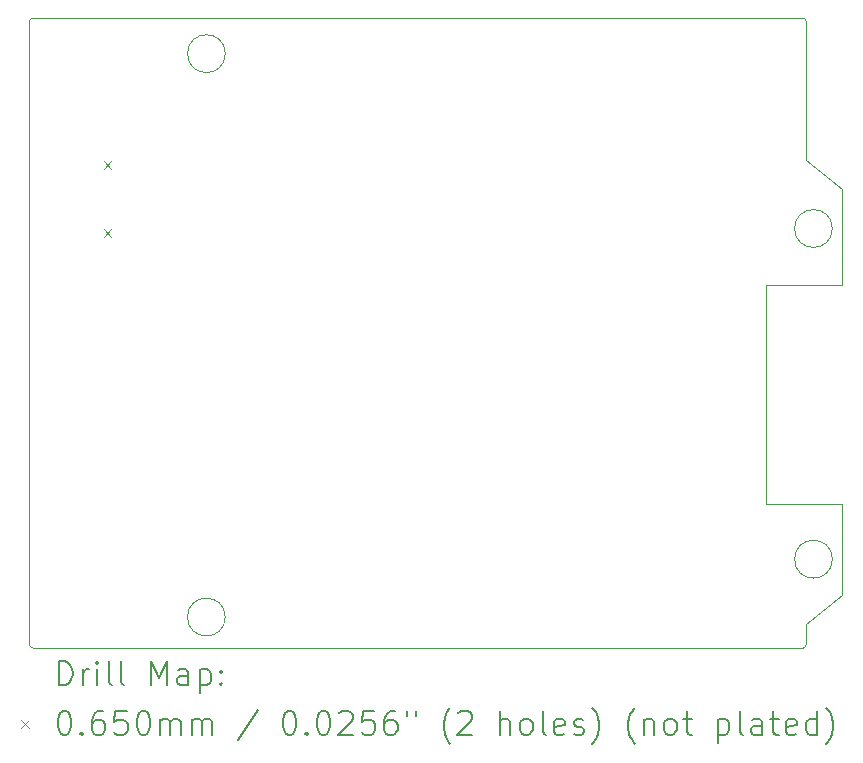
<source format=gbr>
%TF.GenerationSoftware,KiCad,Pcbnew,(6.0.9)*%
%TF.CreationDate,2023-07-14T01:44:06+02:00*%
%TF.ProjectId,Arduino_ESP,41726475-696e-46f5-9f45-53502e6b6963,rev?*%
%TF.SameCoordinates,Original*%
%TF.FileFunction,Drillmap*%
%TF.FilePolarity,Positive*%
%FSLAX45Y45*%
G04 Gerber Fmt 4.5, Leading zero omitted, Abs format (unit mm)*
G04 Created by KiCad (PCBNEW (6.0.9)) date 2023-07-14 01:44:06*
%MOMM*%
%LPD*%
G01*
G04 APERTURE LIST*
%ADD10C,0.100000*%
%ADD11C,0.200000*%
%ADD12C,0.065000*%
G04 APERTURE END LIST*
D10*
X18330000Y-11360000D02*
G75*
G03*
X18360000Y-11330000I0J30000D01*
G01*
X18360000Y-6060000D02*
X18360000Y-7230000D01*
X18360000Y-11330000D02*
X18360000Y-11160000D01*
X18580000Y-10610000D02*
G75*
G03*
X18580000Y-10610000I-160000J0D01*
G01*
X11780000Y-11330000D02*
G75*
G03*
X11810000Y-11360000I30000J0D01*
G01*
X18660000Y-8290000D02*
X18660000Y-7480000D01*
X13440000Y-6330000D02*
G75*
G03*
X13440000Y-6330000I-160000J0D01*
G01*
X18660000Y-10140000D02*
X18660000Y-10910000D01*
X18330000Y-6030000D02*
X11810000Y-6030000D01*
X18580000Y-7810000D02*
G75*
G03*
X18580000Y-7810000I-160000J0D01*
G01*
X18660000Y-10910000D02*
X18360000Y-11160000D01*
X11810000Y-11360000D02*
X18330000Y-11360000D01*
X11810000Y-6030000D02*
G75*
G03*
X11780000Y-6060000I0J-30000D01*
G01*
X13440000Y-11100000D02*
G75*
G03*
X13440000Y-11100000I-160000J0D01*
G01*
X18660000Y-7480000D02*
X18360000Y-7230000D01*
X18020000Y-10140000D02*
X18660000Y-10140000D01*
X18660000Y-8290000D02*
X18020000Y-8290000D01*
X18360000Y-6060000D02*
G75*
G03*
X18330000Y-6030000I-30000J0D01*
G01*
X18020000Y-8290000D02*
X18020000Y-10140000D01*
X11780000Y-6060000D02*
X11780000Y-11330000D01*
D11*
D12*
X12411500Y-7238500D02*
X12476500Y-7303500D01*
X12476500Y-7238500D02*
X12411500Y-7303500D01*
X12411500Y-7816500D02*
X12476500Y-7881500D01*
X12476500Y-7816500D02*
X12411500Y-7881500D01*
D11*
X12032619Y-11675476D02*
X12032619Y-11475476D01*
X12080238Y-11475476D01*
X12108809Y-11485000D01*
X12127857Y-11504048D01*
X12137381Y-11523095D01*
X12146905Y-11561190D01*
X12146905Y-11589762D01*
X12137381Y-11627857D01*
X12127857Y-11646905D01*
X12108809Y-11665952D01*
X12080238Y-11675476D01*
X12032619Y-11675476D01*
X12232619Y-11675476D02*
X12232619Y-11542143D01*
X12232619Y-11580238D02*
X12242143Y-11561190D01*
X12251667Y-11551667D01*
X12270714Y-11542143D01*
X12289762Y-11542143D01*
X12356428Y-11675476D02*
X12356428Y-11542143D01*
X12356428Y-11475476D02*
X12346905Y-11485000D01*
X12356428Y-11494524D01*
X12365952Y-11485000D01*
X12356428Y-11475476D01*
X12356428Y-11494524D01*
X12480238Y-11675476D02*
X12461190Y-11665952D01*
X12451667Y-11646905D01*
X12451667Y-11475476D01*
X12585000Y-11675476D02*
X12565952Y-11665952D01*
X12556428Y-11646905D01*
X12556428Y-11475476D01*
X12813571Y-11675476D02*
X12813571Y-11475476D01*
X12880238Y-11618333D01*
X12946905Y-11475476D01*
X12946905Y-11675476D01*
X13127857Y-11675476D02*
X13127857Y-11570714D01*
X13118333Y-11551667D01*
X13099286Y-11542143D01*
X13061190Y-11542143D01*
X13042143Y-11551667D01*
X13127857Y-11665952D02*
X13108809Y-11675476D01*
X13061190Y-11675476D01*
X13042143Y-11665952D01*
X13032619Y-11646905D01*
X13032619Y-11627857D01*
X13042143Y-11608809D01*
X13061190Y-11599286D01*
X13108809Y-11599286D01*
X13127857Y-11589762D01*
X13223095Y-11542143D02*
X13223095Y-11742143D01*
X13223095Y-11551667D02*
X13242143Y-11542143D01*
X13280238Y-11542143D01*
X13299286Y-11551667D01*
X13308809Y-11561190D01*
X13318333Y-11580238D01*
X13318333Y-11637381D01*
X13308809Y-11656428D01*
X13299286Y-11665952D01*
X13280238Y-11675476D01*
X13242143Y-11675476D01*
X13223095Y-11665952D01*
X13404048Y-11656428D02*
X13413571Y-11665952D01*
X13404048Y-11675476D01*
X13394524Y-11665952D01*
X13404048Y-11656428D01*
X13404048Y-11675476D01*
X13404048Y-11551667D02*
X13413571Y-11561190D01*
X13404048Y-11570714D01*
X13394524Y-11561190D01*
X13404048Y-11551667D01*
X13404048Y-11570714D01*
D12*
X11710000Y-11972500D02*
X11775000Y-12037500D01*
X11775000Y-11972500D02*
X11710000Y-12037500D01*
D11*
X12070714Y-11895476D02*
X12089762Y-11895476D01*
X12108809Y-11905000D01*
X12118333Y-11914524D01*
X12127857Y-11933571D01*
X12137381Y-11971667D01*
X12137381Y-12019286D01*
X12127857Y-12057381D01*
X12118333Y-12076428D01*
X12108809Y-12085952D01*
X12089762Y-12095476D01*
X12070714Y-12095476D01*
X12051667Y-12085952D01*
X12042143Y-12076428D01*
X12032619Y-12057381D01*
X12023095Y-12019286D01*
X12023095Y-11971667D01*
X12032619Y-11933571D01*
X12042143Y-11914524D01*
X12051667Y-11905000D01*
X12070714Y-11895476D01*
X12223095Y-12076428D02*
X12232619Y-12085952D01*
X12223095Y-12095476D01*
X12213571Y-12085952D01*
X12223095Y-12076428D01*
X12223095Y-12095476D01*
X12404048Y-11895476D02*
X12365952Y-11895476D01*
X12346905Y-11905000D01*
X12337381Y-11914524D01*
X12318333Y-11943095D01*
X12308809Y-11981190D01*
X12308809Y-12057381D01*
X12318333Y-12076428D01*
X12327857Y-12085952D01*
X12346905Y-12095476D01*
X12385000Y-12095476D01*
X12404048Y-12085952D01*
X12413571Y-12076428D01*
X12423095Y-12057381D01*
X12423095Y-12009762D01*
X12413571Y-11990714D01*
X12404048Y-11981190D01*
X12385000Y-11971667D01*
X12346905Y-11971667D01*
X12327857Y-11981190D01*
X12318333Y-11990714D01*
X12308809Y-12009762D01*
X12604048Y-11895476D02*
X12508809Y-11895476D01*
X12499286Y-11990714D01*
X12508809Y-11981190D01*
X12527857Y-11971667D01*
X12575476Y-11971667D01*
X12594524Y-11981190D01*
X12604048Y-11990714D01*
X12613571Y-12009762D01*
X12613571Y-12057381D01*
X12604048Y-12076428D01*
X12594524Y-12085952D01*
X12575476Y-12095476D01*
X12527857Y-12095476D01*
X12508809Y-12085952D01*
X12499286Y-12076428D01*
X12737381Y-11895476D02*
X12756428Y-11895476D01*
X12775476Y-11905000D01*
X12785000Y-11914524D01*
X12794524Y-11933571D01*
X12804048Y-11971667D01*
X12804048Y-12019286D01*
X12794524Y-12057381D01*
X12785000Y-12076428D01*
X12775476Y-12085952D01*
X12756428Y-12095476D01*
X12737381Y-12095476D01*
X12718333Y-12085952D01*
X12708809Y-12076428D01*
X12699286Y-12057381D01*
X12689762Y-12019286D01*
X12689762Y-11971667D01*
X12699286Y-11933571D01*
X12708809Y-11914524D01*
X12718333Y-11905000D01*
X12737381Y-11895476D01*
X12889762Y-12095476D02*
X12889762Y-11962143D01*
X12889762Y-11981190D02*
X12899286Y-11971667D01*
X12918333Y-11962143D01*
X12946905Y-11962143D01*
X12965952Y-11971667D01*
X12975476Y-11990714D01*
X12975476Y-12095476D01*
X12975476Y-11990714D02*
X12985000Y-11971667D01*
X13004048Y-11962143D01*
X13032619Y-11962143D01*
X13051667Y-11971667D01*
X13061190Y-11990714D01*
X13061190Y-12095476D01*
X13156428Y-12095476D02*
X13156428Y-11962143D01*
X13156428Y-11981190D02*
X13165952Y-11971667D01*
X13185000Y-11962143D01*
X13213571Y-11962143D01*
X13232619Y-11971667D01*
X13242143Y-11990714D01*
X13242143Y-12095476D01*
X13242143Y-11990714D02*
X13251667Y-11971667D01*
X13270714Y-11962143D01*
X13299286Y-11962143D01*
X13318333Y-11971667D01*
X13327857Y-11990714D01*
X13327857Y-12095476D01*
X13718333Y-11885952D02*
X13546905Y-12143095D01*
X13975476Y-11895476D02*
X13994524Y-11895476D01*
X14013571Y-11905000D01*
X14023095Y-11914524D01*
X14032619Y-11933571D01*
X14042143Y-11971667D01*
X14042143Y-12019286D01*
X14032619Y-12057381D01*
X14023095Y-12076428D01*
X14013571Y-12085952D01*
X13994524Y-12095476D01*
X13975476Y-12095476D01*
X13956428Y-12085952D01*
X13946905Y-12076428D01*
X13937381Y-12057381D01*
X13927857Y-12019286D01*
X13927857Y-11971667D01*
X13937381Y-11933571D01*
X13946905Y-11914524D01*
X13956428Y-11905000D01*
X13975476Y-11895476D01*
X14127857Y-12076428D02*
X14137381Y-12085952D01*
X14127857Y-12095476D01*
X14118333Y-12085952D01*
X14127857Y-12076428D01*
X14127857Y-12095476D01*
X14261190Y-11895476D02*
X14280238Y-11895476D01*
X14299286Y-11905000D01*
X14308809Y-11914524D01*
X14318333Y-11933571D01*
X14327857Y-11971667D01*
X14327857Y-12019286D01*
X14318333Y-12057381D01*
X14308809Y-12076428D01*
X14299286Y-12085952D01*
X14280238Y-12095476D01*
X14261190Y-12095476D01*
X14242143Y-12085952D01*
X14232619Y-12076428D01*
X14223095Y-12057381D01*
X14213571Y-12019286D01*
X14213571Y-11971667D01*
X14223095Y-11933571D01*
X14232619Y-11914524D01*
X14242143Y-11905000D01*
X14261190Y-11895476D01*
X14404048Y-11914524D02*
X14413571Y-11905000D01*
X14432619Y-11895476D01*
X14480238Y-11895476D01*
X14499286Y-11905000D01*
X14508809Y-11914524D01*
X14518333Y-11933571D01*
X14518333Y-11952619D01*
X14508809Y-11981190D01*
X14394524Y-12095476D01*
X14518333Y-12095476D01*
X14699286Y-11895476D02*
X14604048Y-11895476D01*
X14594524Y-11990714D01*
X14604048Y-11981190D01*
X14623095Y-11971667D01*
X14670714Y-11971667D01*
X14689762Y-11981190D01*
X14699286Y-11990714D01*
X14708809Y-12009762D01*
X14708809Y-12057381D01*
X14699286Y-12076428D01*
X14689762Y-12085952D01*
X14670714Y-12095476D01*
X14623095Y-12095476D01*
X14604048Y-12085952D01*
X14594524Y-12076428D01*
X14880238Y-11895476D02*
X14842143Y-11895476D01*
X14823095Y-11905000D01*
X14813571Y-11914524D01*
X14794524Y-11943095D01*
X14785000Y-11981190D01*
X14785000Y-12057381D01*
X14794524Y-12076428D01*
X14804048Y-12085952D01*
X14823095Y-12095476D01*
X14861190Y-12095476D01*
X14880238Y-12085952D01*
X14889762Y-12076428D01*
X14899286Y-12057381D01*
X14899286Y-12009762D01*
X14889762Y-11990714D01*
X14880238Y-11981190D01*
X14861190Y-11971667D01*
X14823095Y-11971667D01*
X14804048Y-11981190D01*
X14794524Y-11990714D01*
X14785000Y-12009762D01*
X14975476Y-11895476D02*
X14975476Y-11933571D01*
X15051667Y-11895476D02*
X15051667Y-11933571D01*
X15346905Y-12171667D02*
X15337381Y-12162143D01*
X15318333Y-12133571D01*
X15308809Y-12114524D01*
X15299286Y-12085952D01*
X15289762Y-12038333D01*
X15289762Y-12000238D01*
X15299286Y-11952619D01*
X15308809Y-11924048D01*
X15318333Y-11905000D01*
X15337381Y-11876428D01*
X15346905Y-11866905D01*
X15413571Y-11914524D02*
X15423095Y-11905000D01*
X15442143Y-11895476D01*
X15489762Y-11895476D01*
X15508809Y-11905000D01*
X15518333Y-11914524D01*
X15527857Y-11933571D01*
X15527857Y-11952619D01*
X15518333Y-11981190D01*
X15404048Y-12095476D01*
X15527857Y-12095476D01*
X15765952Y-12095476D02*
X15765952Y-11895476D01*
X15851667Y-12095476D02*
X15851667Y-11990714D01*
X15842143Y-11971667D01*
X15823095Y-11962143D01*
X15794524Y-11962143D01*
X15775476Y-11971667D01*
X15765952Y-11981190D01*
X15975476Y-12095476D02*
X15956428Y-12085952D01*
X15946905Y-12076428D01*
X15937381Y-12057381D01*
X15937381Y-12000238D01*
X15946905Y-11981190D01*
X15956428Y-11971667D01*
X15975476Y-11962143D01*
X16004048Y-11962143D01*
X16023095Y-11971667D01*
X16032619Y-11981190D01*
X16042143Y-12000238D01*
X16042143Y-12057381D01*
X16032619Y-12076428D01*
X16023095Y-12085952D01*
X16004048Y-12095476D01*
X15975476Y-12095476D01*
X16156428Y-12095476D02*
X16137381Y-12085952D01*
X16127857Y-12066905D01*
X16127857Y-11895476D01*
X16308809Y-12085952D02*
X16289762Y-12095476D01*
X16251667Y-12095476D01*
X16232619Y-12085952D01*
X16223095Y-12066905D01*
X16223095Y-11990714D01*
X16232619Y-11971667D01*
X16251667Y-11962143D01*
X16289762Y-11962143D01*
X16308809Y-11971667D01*
X16318333Y-11990714D01*
X16318333Y-12009762D01*
X16223095Y-12028809D01*
X16394524Y-12085952D02*
X16413571Y-12095476D01*
X16451667Y-12095476D01*
X16470714Y-12085952D01*
X16480238Y-12066905D01*
X16480238Y-12057381D01*
X16470714Y-12038333D01*
X16451667Y-12028809D01*
X16423095Y-12028809D01*
X16404048Y-12019286D01*
X16394524Y-12000238D01*
X16394524Y-11990714D01*
X16404048Y-11971667D01*
X16423095Y-11962143D01*
X16451667Y-11962143D01*
X16470714Y-11971667D01*
X16546905Y-12171667D02*
X16556428Y-12162143D01*
X16575476Y-12133571D01*
X16585000Y-12114524D01*
X16594524Y-12085952D01*
X16604048Y-12038333D01*
X16604048Y-12000238D01*
X16594524Y-11952619D01*
X16585000Y-11924048D01*
X16575476Y-11905000D01*
X16556428Y-11876428D01*
X16546905Y-11866905D01*
X16908810Y-12171667D02*
X16899286Y-12162143D01*
X16880238Y-12133571D01*
X16870714Y-12114524D01*
X16861190Y-12085952D01*
X16851667Y-12038333D01*
X16851667Y-12000238D01*
X16861190Y-11952619D01*
X16870714Y-11924048D01*
X16880238Y-11905000D01*
X16899286Y-11876428D01*
X16908810Y-11866905D01*
X16985000Y-11962143D02*
X16985000Y-12095476D01*
X16985000Y-11981190D02*
X16994524Y-11971667D01*
X17013571Y-11962143D01*
X17042143Y-11962143D01*
X17061190Y-11971667D01*
X17070714Y-11990714D01*
X17070714Y-12095476D01*
X17194524Y-12095476D02*
X17175476Y-12085952D01*
X17165952Y-12076428D01*
X17156429Y-12057381D01*
X17156429Y-12000238D01*
X17165952Y-11981190D01*
X17175476Y-11971667D01*
X17194524Y-11962143D01*
X17223095Y-11962143D01*
X17242143Y-11971667D01*
X17251667Y-11981190D01*
X17261190Y-12000238D01*
X17261190Y-12057381D01*
X17251667Y-12076428D01*
X17242143Y-12085952D01*
X17223095Y-12095476D01*
X17194524Y-12095476D01*
X17318333Y-11962143D02*
X17394524Y-11962143D01*
X17346905Y-11895476D02*
X17346905Y-12066905D01*
X17356429Y-12085952D01*
X17375476Y-12095476D01*
X17394524Y-12095476D01*
X17613571Y-11962143D02*
X17613571Y-12162143D01*
X17613571Y-11971667D02*
X17632619Y-11962143D01*
X17670714Y-11962143D01*
X17689762Y-11971667D01*
X17699286Y-11981190D01*
X17708810Y-12000238D01*
X17708810Y-12057381D01*
X17699286Y-12076428D01*
X17689762Y-12085952D01*
X17670714Y-12095476D01*
X17632619Y-12095476D01*
X17613571Y-12085952D01*
X17823095Y-12095476D02*
X17804048Y-12085952D01*
X17794524Y-12066905D01*
X17794524Y-11895476D01*
X17985000Y-12095476D02*
X17985000Y-11990714D01*
X17975476Y-11971667D01*
X17956429Y-11962143D01*
X17918333Y-11962143D01*
X17899286Y-11971667D01*
X17985000Y-12085952D02*
X17965952Y-12095476D01*
X17918333Y-12095476D01*
X17899286Y-12085952D01*
X17889762Y-12066905D01*
X17889762Y-12047857D01*
X17899286Y-12028809D01*
X17918333Y-12019286D01*
X17965952Y-12019286D01*
X17985000Y-12009762D01*
X18051667Y-11962143D02*
X18127857Y-11962143D01*
X18080238Y-11895476D02*
X18080238Y-12066905D01*
X18089762Y-12085952D01*
X18108810Y-12095476D01*
X18127857Y-12095476D01*
X18270714Y-12085952D02*
X18251667Y-12095476D01*
X18213571Y-12095476D01*
X18194524Y-12085952D01*
X18185000Y-12066905D01*
X18185000Y-11990714D01*
X18194524Y-11971667D01*
X18213571Y-11962143D01*
X18251667Y-11962143D01*
X18270714Y-11971667D01*
X18280238Y-11990714D01*
X18280238Y-12009762D01*
X18185000Y-12028809D01*
X18451667Y-12095476D02*
X18451667Y-11895476D01*
X18451667Y-12085952D02*
X18432619Y-12095476D01*
X18394524Y-12095476D01*
X18375476Y-12085952D01*
X18365952Y-12076428D01*
X18356429Y-12057381D01*
X18356429Y-12000238D01*
X18365952Y-11981190D01*
X18375476Y-11971667D01*
X18394524Y-11962143D01*
X18432619Y-11962143D01*
X18451667Y-11971667D01*
X18527857Y-12171667D02*
X18537381Y-12162143D01*
X18556429Y-12133571D01*
X18565952Y-12114524D01*
X18575476Y-12085952D01*
X18585000Y-12038333D01*
X18585000Y-12000238D01*
X18575476Y-11952619D01*
X18565952Y-11924048D01*
X18556429Y-11905000D01*
X18537381Y-11876428D01*
X18527857Y-11866905D01*
M02*

</source>
